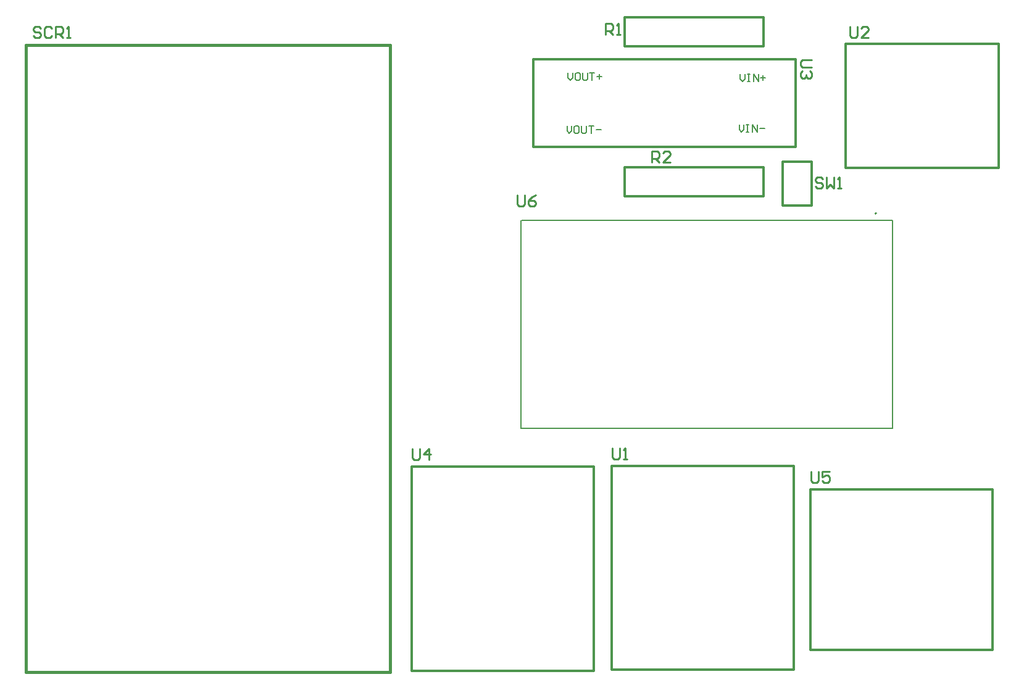
<source format=gto>
G04*
G04 #@! TF.GenerationSoftware,Altium Limited,Altium Designer,24.9.1 (31)*
G04*
G04 Layer_Color=65535*
%FSLAX44Y44*%
%MOMM*%
G71*
G04*
G04 #@! TF.SameCoordinates,42158749-AA78-4F09-95E6-82FBF0D2540F*
G04*
G04*
G04 #@! TF.FilePolarity,Positive*
G04*
G01*
G75*
%ADD10C,0.2000*%
%ADD11C,0.3000*%
%ADD12C,0.4000*%
%ADD13C,0.1270*%
%ADD14C,0.2540*%
D10*
X1184640Y670560D02*
G03*
X1184640Y670560I-1000J0D01*
G01*
X997680Y861627D02*
Y854962D01*
X1001012Y851630D01*
X1004344Y854962D01*
Y861627D01*
X1007677D02*
X1011009D01*
X1009343D01*
Y851630D01*
X1007677D01*
X1011009D01*
X1016007D02*
Y861627D01*
X1022672Y851630D01*
Y861627D01*
X1026004Y856628D02*
X1032669D01*
X1029336Y859961D02*
Y853296D01*
X996410Y791777D02*
Y785112D01*
X999742Y781780D01*
X1003074Y785112D01*
Y791777D01*
X1006407D02*
X1009739D01*
X1008073D01*
Y781780D01*
X1006407D01*
X1009739D01*
X1014737D02*
Y791777D01*
X1021402Y781780D01*
Y791777D01*
X1024734Y786778D02*
X1031399D01*
X760190Y790507D02*
Y783842D01*
X763522Y780510D01*
X766854Y783842D01*
Y790507D01*
X775185D02*
X771853D01*
X770187Y788841D01*
Y782176D01*
X771853Y780510D01*
X775185D01*
X776851Y782176D01*
Y788841D01*
X775185Y790507D01*
X780184D02*
Y782176D01*
X781850Y780510D01*
X785182D01*
X786848Y782176D01*
Y790507D01*
X790180D02*
X796845D01*
X793513D01*
Y780510D01*
X800177Y785508D02*
X806842D01*
X761460Y862897D02*
Y856232D01*
X764792Y852900D01*
X768124Y856232D01*
Y862897D01*
X776455D02*
X773123D01*
X771457Y861231D01*
Y854566D01*
X773123Y852900D01*
X776455D01*
X778121Y854566D01*
Y861231D01*
X776455Y862897D01*
X781454D02*
Y854566D01*
X783120Y852900D01*
X786452D01*
X788118Y854566D01*
Y862897D01*
X791450D02*
X798115D01*
X794783D01*
Y852900D01*
X801447Y857898D02*
X808112D01*
X804779Y861231D02*
Y854566D01*
D11*
X1095690Y681200D02*
Y723900D01*
X1055690Y681200D02*
X1095690D01*
X1055690D02*
Y741200D01*
X1095690D01*
Y723900D02*
Y741200D01*
X929720Y693740D02*
X1029720D01*
Y733740D01*
X839720D02*
X1029720D01*
X839720Y693740D02*
Y733740D01*
Y693740D02*
X929720D01*
X1142230Y902960D02*
X1352230D01*
Y732960D02*
Y902960D01*
X1142230Y732960D02*
X1352230D01*
X1142230D02*
Y902960D01*
X839720Y939480D02*
X939720D01*
X839720Y899480D02*
Y939480D01*
Y899480D02*
X1029720D01*
Y939480D01*
X939720D02*
X1029720D01*
X546830Y322880D02*
X796830D01*
X546830Y42880D02*
Y322880D01*
Y42880D02*
X796830D01*
Y322880D01*
X821150Y324150D02*
X1071150D01*
X821150Y44150D02*
Y324150D01*
Y44150D02*
X1071150D01*
Y324150D01*
X1093970Y291620D02*
X1343970D01*
X1093970Y71620D02*
Y291620D01*
Y71620D02*
X1343970D01*
Y291620D01*
X734080Y761690D02*
X1074080D01*
Y881690D01*
X714080D02*
X1074080D01*
X714080Y761690D02*
Y881690D01*
Y761690D02*
X734080D01*
D12*
X17950Y41120D02*
X517950D01*
Y901120D01*
X17950D02*
X517950D01*
X17950Y41120D02*
Y901120D01*
D13*
X697540Y375860D02*
X1207040D01*
X697409Y375810D02*
Y660910D01*
X1207040Y375860D02*
Y660960D01*
X697540D02*
X1207040D01*
Y550270D02*
Y660960D01*
Y483160D02*
Y550270D01*
Y375860D02*
Y483160D01*
X697540Y660960D02*
X1207040D01*
X697540Y375860D02*
X1207040D01*
X697409Y430310D02*
Y607210D01*
D14*
X692150Y695447D02*
Y682751D01*
X694689Y680212D01*
X699768D01*
X702307Y682751D01*
Y695447D01*
X717542D02*
X712463Y692908D01*
X707385Y687830D01*
Y682751D01*
X709924Y680212D01*
X715003D01*
X717542Y682751D01*
Y685290D01*
X715003Y687830D01*
X707385D01*
X1094994Y315971D02*
Y303275D01*
X1097533Y300736D01*
X1102611D01*
X1105151Y303275D01*
Y315971D01*
X1120386D02*
X1110229D01*
Y308354D01*
X1115307Y310893D01*
X1117847D01*
X1120386Y308354D01*
Y303275D01*
X1117847Y300736D01*
X1112768D01*
X1110229Y303275D01*
X547878Y347213D02*
Y334517D01*
X550417Y331978D01*
X555495D01*
X558035Y334517D01*
Y347213D01*
X570731Y331978D02*
Y347213D01*
X563113Y339595D01*
X573270D01*
X1096008Y881376D02*
X1083312D01*
X1080772Y878837D01*
Y873758D01*
X1083312Y871219D01*
X1096008D01*
X1093468Y866141D02*
X1096008Y863602D01*
Y858523D01*
X1093468Y855984D01*
X1090929D01*
X1088390Y858523D01*
Y861062D01*
Y858523D01*
X1085851Y855984D01*
X1083312D01*
X1080772Y858523D01*
Y863602D01*
X1083312Y866141D01*
X1148084Y927097D02*
Y914402D01*
X1150623Y911862D01*
X1155702D01*
X1158241Y914402D01*
Y927097D01*
X1173476Y911862D02*
X1163319D01*
X1173476Y922019D01*
Y924558D01*
X1170937Y927097D01*
X1165858D01*
X1163319Y924558D01*
X822198Y348483D02*
Y335787D01*
X824737Y333248D01*
X829816D01*
X832355Y335787D01*
Y348483D01*
X837433Y333248D02*
X842511D01*
X839972D01*
Y348483D01*
X837433Y345944D01*
X1111253Y717548D02*
X1108713Y720088D01*
X1103635D01*
X1101096Y717548D01*
Y715009D01*
X1103635Y712470D01*
X1108713D01*
X1111253Y709931D01*
Y707392D01*
X1108713Y704853D01*
X1103635D01*
X1101096Y707392D01*
X1116331Y720088D02*
Y704853D01*
X1121409Y709931D01*
X1126488Y704853D01*
Y720088D01*
X1131566Y704853D02*
X1136644D01*
X1134105D01*
Y720088D01*
X1131566Y717548D01*
X38105Y924558D02*
X35566Y927097D01*
X30487D01*
X27948Y924558D01*
Y922019D01*
X30487Y919480D01*
X35566D01*
X38105Y916941D01*
Y914402D01*
X35566Y911862D01*
X30487D01*
X27948Y914402D01*
X53340Y924558D02*
X50801Y927097D01*
X45722D01*
X43183Y924558D01*
Y914402D01*
X45722Y911862D01*
X50801D01*
X53340Y914402D01*
X58418Y911862D02*
Y927097D01*
X66036D01*
X68575Y924558D01*
Y919480D01*
X66036Y916941D01*
X58418D01*
X63497D02*
X68575Y911862D01*
X73653D02*
X78732D01*
X76193D01*
Y927097D01*
X73653Y924558D01*
X876304Y740413D02*
Y755648D01*
X883922D01*
X886461Y753108D01*
Y748030D01*
X883922Y745491D01*
X876304D01*
X881383D02*
X886461Y740413D01*
X901696D02*
X891539D01*
X901696Y750569D01*
Y753108D01*
X899157Y755648D01*
X894078D01*
X891539Y753108D01*
X812803Y915673D02*
Y930908D01*
X820421D01*
X822960Y928368D01*
Y923290D01*
X820421Y920751D01*
X812803D01*
X817882D02*
X822960Y915673D01*
X828038D02*
X833117D01*
X830578D01*
Y930908D01*
X828038Y928368D01*
M02*

</source>
